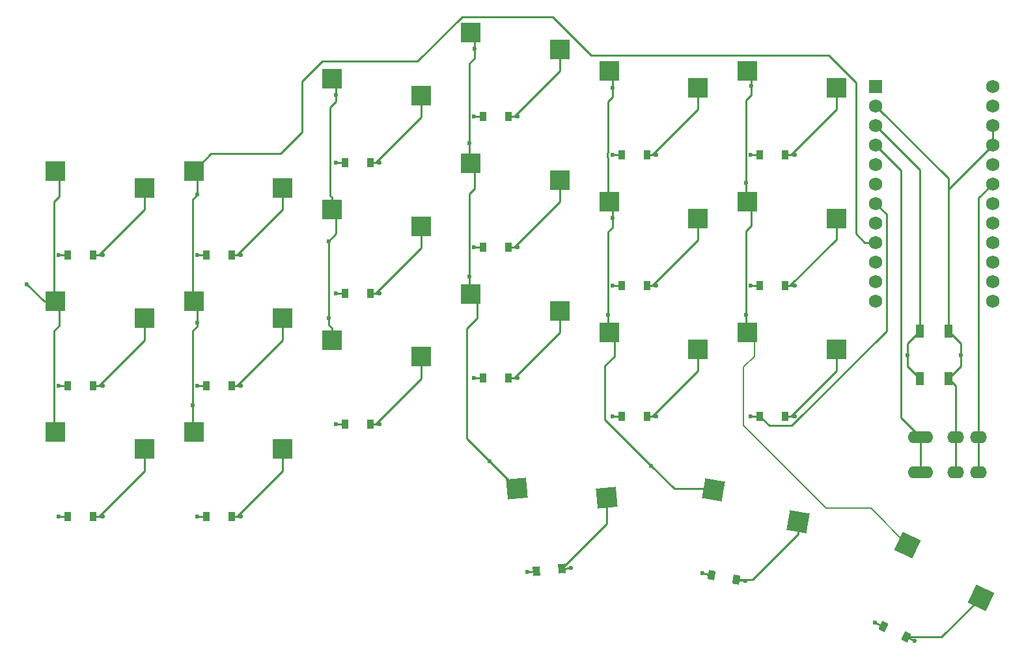
<source format=gbr>
%TF.GenerationSoftware,KiCad,Pcbnew,8.0.7*%
%TF.CreationDate,2024-12-30T14:18:56+04:00*%
%TF.ProjectId,ergoblock,6572676f-626c-46f6-936b-2e6b69636164,v1.0.0*%
%TF.SameCoordinates,Original*%
%TF.FileFunction,Copper,L2,Bot*%
%TF.FilePolarity,Positive*%
%FSLAX46Y46*%
G04 Gerber Fmt 4.6, Leading zero omitted, Abs format (unit mm)*
G04 Created by KiCad (PCBNEW 8.0.7) date 2024-12-30 14:18:56*
%MOMM*%
%LPD*%
G01*
G04 APERTURE LIST*
G04 Aperture macros list*
%AMRotRect*
0 Rectangle, with rotation*
0 The origin of the aperture is its center*
0 $1 length*
0 $2 width*
0 $3 Rotation angle, in degrees counterclockwise*
0 Add horizontal line*
21,1,$1,$2,0,0,$3*%
G04 Aperture macros list end*
%TA.AperFunction,SMDPad,CuDef*%
%ADD10R,2.600000X2.600000*%
%TD*%
%TA.AperFunction,SMDPad,CuDef*%
%ADD11R,0.900000X1.200000*%
%TD*%
%TA.AperFunction,SMDPad,CuDef*%
%ADD12RotRect,2.600000X2.600000X350.000000*%
%TD*%
%TA.AperFunction,ComponentPad*%
%ADD13R,1.752600X1.752600*%
%TD*%
%TA.AperFunction,ComponentPad*%
%ADD14C,1.752600*%
%TD*%
%TA.AperFunction,ComponentPad*%
%ADD15C,0.600000*%
%TD*%
%TA.AperFunction,SMDPad,CuDef*%
%ADD16RotRect,2.600000X2.600000X5.000000*%
%TD*%
%TA.AperFunction,SMDPad,CuDef*%
%ADD17RotRect,0.900000X1.200000X335.000000*%
%TD*%
%TA.AperFunction,SMDPad,CuDef*%
%ADD18RotRect,0.900000X1.200000X5.000000*%
%TD*%
%TA.AperFunction,SMDPad,CuDef*%
%ADD19RotRect,0.900000X1.200000X350.000000*%
%TD*%
%TA.AperFunction,ComponentPad*%
%ADD20O,2.200000X1.600000*%
%TD*%
%TA.AperFunction,ComponentPad*%
%ADD21O,3.300000X1.600000*%
%TD*%
%TA.AperFunction,SMDPad,CuDef*%
%ADD22RotRect,2.600000X2.600000X335.000000*%
%TD*%
%TA.AperFunction,SMDPad,CuDef*%
%ADD23R,1.100000X1.800000*%
%TD*%
%TA.AperFunction,ViaPad*%
%ADD24C,0.600000*%
%TD*%
%TA.AperFunction,Conductor*%
%ADD25C,0.250000*%
%TD*%
%TA.AperFunction,Conductor*%
%ADD26C,0.200000*%
%TD*%
G04 APERTURE END LIST*
D10*
%TO.P,S6,1*%
%TO.N,P15*%
X164725000Y-110050000D03*
%TO.P,S6,2*%
%TO.N,pinkie_top*%
X176275000Y-112250000D03*
%TD*%
%TO.P,S1,1*%
%TO.N,P18*%
X146725000Y-144050000D03*
%TO.P,S1,2*%
%TO.N,outer_bottom*%
X158275000Y-146250000D03*
%TD*%
D11*
%TO.P,D3,1*%
%TO.N,P21*%
X148350000Y-121000000D03*
%TO.P,D3,2*%
%TO.N,outer_top*%
X151650000Y-121000000D03*
%TD*%
%TO.P,D6,1*%
%TO.N,P21*%
X166350000Y-121000000D03*
%TO.P,D6,2*%
%TO.N,pinkie_top*%
X169650000Y-121000000D03*
%TD*%
%TO.P,D14,1*%
%TO.N,P20*%
X220350000Y-125000000D03*
%TO.P,D14,2*%
%TO.N,index_home*%
X223650000Y-125000000D03*
%TD*%
D10*
%TO.P,S10,1*%
%TO.N,P16*%
X200725000Y-126050000D03*
%TO.P,S10,2*%
%TO.N,middle_bottom*%
X212275000Y-128250000D03*
%TD*%
D11*
%TO.P,D10,1*%
%TO.N,P19*%
X202350000Y-137000000D03*
%TO.P,D10,2*%
%TO.N,middle_bottom*%
X205650000Y-137000000D03*
%TD*%
%TO.P,D8,1*%
%TO.N,P20*%
X184350000Y-126000000D03*
%TO.P,D8,2*%
%TO.N,ring_home*%
X187650000Y-126000000D03*
%TD*%
D12*
%TO.P,S20,1*%
%TO.N,P10*%
X232307961Y-151571696D03*
%TO.P,S20,2*%
%TO.N,middle_cluster*%
X243300465Y-155743910D03*
%TD*%
D13*
%TO.P,MCU1,1*%
%TO.N,RAW*%
X253380000Y-99030000D03*
D14*
%TO.P,MCU1,2*%
%TO.N,GND*%
X253380000Y-101570000D03*
%TO.P,MCU1,3*%
%TO.N,RST*%
X253380000Y-104110000D03*
%TO.P,MCU1,4*%
%TO.N,VCC*%
X253380000Y-106650000D03*
%TO.P,MCU1,5*%
%TO.N,P21*%
X253380000Y-109190000D03*
%TO.P,MCU1,6*%
%TO.N,P20*%
X253380000Y-111730000D03*
%TO.P,MCU1,7*%
%TO.N,P19*%
X253380000Y-114270000D03*
%TO.P,MCU1,8*%
%TO.N,P18*%
X253380000Y-116810000D03*
%TO.P,MCU1,9*%
%TO.N,P15*%
X253380000Y-119350000D03*
%TO.P,MCU1,10*%
%TO.N,P14*%
X253380000Y-121890000D03*
%TO.P,MCU1,11*%
%TO.N,P16*%
X253380000Y-124430000D03*
%TO.P,MCU1,12*%
%TO.N,P10*%
X253380000Y-126970000D03*
%TO.P,MCU1,13*%
%TO.N,P1*%
X268620000Y-99030000D03*
%TO.P,MCU1,14*%
%TO.N,P0*%
X268620000Y-101570000D03*
%TO.P,MCU1,15*%
%TO.N,GND*%
X268620000Y-104110000D03*
%TO.P,MCU1,16*%
X268620000Y-106650000D03*
%TO.P,MCU1,17*%
%TO.N,P2*%
X268620000Y-109190000D03*
%TO.P,MCU1,18*%
%TO.N,P3*%
X268620000Y-111730000D03*
%TO.P,MCU1,19*%
%TO.N,P4*%
X268620000Y-114270000D03*
%TO.P,MCU1,20*%
%TO.N,P5*%
X268620000Y-116810000D03*
%TO.P,MCU1,21*%
%TO.N,P6*%
X268620000Y-119350000D03*
%TO.P,MCU1,22*%
%TO.N,P7*%
X268620000Y-121890000D03*
%TO.P,MCU1,23*%
%TO.N,P8*%
X268620000Y-124430000D03*
%TO.P,MCU1,24*%
%TO.N,P9*%
X268620000Y-126970000D03*
%TD*%
D11*
%TO.P,D17,1*%
%TO.N,P20*%
X238350000Y-125000000D03*
%TO.P,D17,2*%
%TO.N,inner_home*%
X241650000Y-125000000D03*
%TD*%
D10*
%TO.P,S14,1*%
%TO.N,P10*%
X218725000Y-114050000D03*
%TO.P,S14,2*%
%TO.N,index_home*%
X230275000Y-116250000D03*
%TD*%
%TO.P,S2,1*%
%TO.N,P18*%
X146725000Y-127050000D03*
%TO.P,S2,2*%
%TO.N,outer_home*%
X158275000Y-129250000D03*
%TD*%
%TO.P,S3,1*%
%TO.N,P18*%
X146725000Y-110050000D03*
%TO.P,S3,2*%
%TO.N,outer_top*%
X158275000Y-112250000D03*
%TD*%
D15*
%TO.P,REF\u002A\u002A,1*%
%TO.N,RST*%
X257500000Y-134000000D03*
%TD*%
D11*
%TO.P,D12,1*%
%TO.N,P21*%
X202350000Y-103000000D03*
%TO.P,D12,2*%
%TO.N,middle_top*%
X205650000Y-103000000D03*
%TD*%
%TO.P,D13,1*%
%TO.N,P19*%
X220350000Y-142000000D03*
%TO.P,D13,2*%
%TO.N,index_bottom*%
X223650000Y-142000000D03*
%TD*%
%TO.P,D11,1*%
%TO.N,P20*%
X202350000Y-120000000D03*
%TO.P,D11,2*%
%TO.N,middle_home*%
X205650000Y-120000000D03*
%TD*%
D10*
%TO.P,S13,1*%
%TO.N,P10*%
X218725000Y-131050000D03*
%TO.P,S13,2*%
%TO.N,index_bottom*%
X230275000Y-133250000D03*
%TD*%
D11*
%TO.P,D1,1*%
%TO.N,P19*%
X148350000Y-155000000D03*
%TO.P,D1,2*%
%TO.N,outer_bottom*%
X151650000Y-155000000D03*
%TD*%
D10*
%TO.P,S18,1*%
%TO.N,P8*%
X236725000Y-97050000D03*
%TO.P,S18,2*%
%TO.N,inner_top*%
X248275000Y-99250000D03*
%TD*%
%TO.P,S4,1*%
%TO.N,P15*%
X164725000Y-144050000D03*
%TO.P,S4,2*%
%TO.N,pinkie_bottom*%
X176275000Y-146250000D03*
%TD*%
D11*
%TO.P,D5,1*%
%TO.N,P20*%
X166350000Y-138000000D03*
%TO.P,D5,2*%
%TO.N,pinkie_home*%
X169650000Y-138000000D03*
%TD*%
D10*
%TO.P,S9,1*%
%TO.N,P14*%
X182725000Y-98050000D03*
%TO.P,S9,2*%
%TO.N,ring_top*%
X194275000Y-100250000D03*
%TD*%
%TO.P,S7,1*%
%TO.N,P14*%
X182725000Y-132050000D03*
%TO.P,S7,2*%
%TO.N,ring_bottom*%
X194275000Y-134250000D03*
%TD*%
%TO.P,S8,1*%
%TO.N,P14*%
X182725000Y-115050000D03*
%TO.P,S8,2*%
%TO.N,ring_home*%
X194275000Y-117250000D03*
%TD*%
D16*
%TO.P,S19,1*%
%TO.N,P16*%
X206718886Y-151358077D03*
%TO.P,S19,2*%
%TO.N,outer_cluster*%
X218416677Y-152543056D03*
%TD*%
D11*
%TO.P,D15,1*%
%TO.N,P21*%
X220350000Y-108000000D03*
%TO.P,D15,2*%
%TO.N,index_top*%
X223650000Y-108000000D03*
%TD*%
%TO.P,D18,1*%
%TO.N,P21*%
X238350000Y-108000000D03*
%TO.P,D18,2*%
%TO.N,inner_top*%
X241650000Y-108000000D03*
%TD*%
D17*
%TO.P,D21,1*%
%TO.N,P9*%
X254391501Y-169334219D03*
%TO.P,D21,2*%
%TO.N,inner_cluster*%
X257382317Y-170728859D03*
%TD*%
D11*
%TO.P,D7,1*%
%TO.N,P19*%
X184350000Y-143000000D03*
%TO.P,D7,2*%
%TO.N,ring_bottom*%
X187650000Y-143000000D03*
%TD*%
%TO.P,D2,1*%
%TO.N,P20*%
X148350000Y-138000000D03*
%TO.P,D2,2*%
%TO.N,outer_home*%
X151650000Y-138000000D03*
%TD*%
D10*
%TO.P,S15,1*%
%TO.N,P10*%
X218725000Y-97050000D03*
%TO.P,S15,2*%
%TO.N,index_top*%
X230275000Y-99250000D03*
%TD*%
%TO.P,S16,1*%
%TO.N,P8*%
X236725000Y-131050000D03*
%TO.P,S16,2*%
%TO.N,inner_bottom*%
X248275000Y-133250000D03*
%TD*%
D11*
%TO.P,D9,1*%
%TO.N,P21*%
X184350000Y-109000000D03*
%TO.P,D9,2*%
%TO.N,ring_top*%
X187650000Y-109000000D03*
%TD*%
D18*
%TO.P,D19,1*%
%TO.N,P9*%
X209292058Y-162124781D03*
%TO.P,D19,2*%
%TO.N,outer_cluster*%
X212579500Y-161837167D03*
%TD*%
D19*
%TO.P,D20,1*%
%TO.N,P9*%
X232006826Y-162637520D03*
%TO.P,D20,2*%
%TO.N,middle_cluster*%
X235256692Y-163210558D03*
%TD*%
D10*
%TO.P,S12,1*%
%TO.N,P16*%
X200725000Y-92050000D03*
%TO.P,S12,2*%
%TO.N,middle_top*%
X212275000Y-94250000D03*
%TD*%
%TO.P,S5,1*%
%TO.N,P15*%
X164725000Y-127050000D03*
%TO.P,S5,2*%
%TO.N,pinkie_home*%
X176275000Y-129250000D03*
%TD*%
%TO.P,S11,1*%
%TO.N,P16*%
X200725000Y-109050000D03*
%TO.P,S11,2*%
%TO.N,middle_home*%
X212275000Y-111250000D03*
%TD*%
D11*
%TO.P,D4,1*%
%TO.N,P19*%
X166350000Y-155000000D03*
%TO.P,D4,2*%
%TO.N,pinkie_bottom*%
X169650000Y-155000000D03*
%TD*%
D20*
%TO.P,TRRS1,2*%
%TO.N,P3*%
X266800000Y-144700000D03*
X266800000Y-149300000D03*
%TO.P,TRRS1,3*%
%TO.N,GND*%
X263800000Y-144700000D03*
X263800000Y-149300000D03*
D21*
%TO.P,TRRS1,4*%
%TO.N,VCC*%
X259250000Y-144700000D03*
X259250000Y-149300000D03*
%TD*%
D22*
%TO.P,S21,1*%
%TO.N,P8*%
X257546421Y-158723394D03*
%TO.P,S21,2*%
%TO.N,inner_cluster*%
X267084515Y-165598512D03*
%TD*%
D10*
%TO.P,S17,1*%
%TO.N,P8*%
X236725000Y-114050000D03*
%TO.P,S17,2*%
%TO.N,inner_home*%
X248275000Y-116250000D03*
%TD*%
D23*
%TO.P,B2,1*%
%TO.N,GND*%
X262850000Y-130900000D03*
X262850000Y-137100000D03*
%TO.P,B2,2*%
%TO.N,RST*%
X259150000Y-130900000D03*
X259150000Y-137100000D03*
%TD*%
D15*
%TO.P,REF\u002A\u002A,1*%
%TO.N,GND*%
X264500000Y-134000000D03*
%TD*%
D11*
%TO.P,D16,1*%
%TO.N,P19*%
X238350000Y-142000000D03*
%TO.P,D16,2*%
%TO.N,inner_bottom*%
X241650000Y-142000000D03*
%TD*%
D24*
%TO.N,P18*%
X142975000Y-124800000D03*
%TO.N,outer_bottom*%
X152850000Y-155000000D03*
%TO.N,outer_home*%
X152850000Y-138000000D03*
%TO.N,outer_top*%
X152850000Y-121000000D03*
%TO.N,P15*%
X165200000Y-113150000D03*
X165200000Y-129800000D03*
X164550000Y-140600000D03*
%TO.N,pinkie_bottom*%
X170850000Y-155000000D03*
%TO.N,pinkie_home*%
X170850000Y-138000000D03*
%TO.N,pinkie_top*%
X170850000Y-121000000D03*
%TO.N,P14*%
X183200000Y-100198766D03*
X182233148Y-119200000D03*
X182233148Y-129200000D03*
%TO.N,ring_bottom*%
X188850000Y-143000000D03*
%TO.N,ring_home*%
X188850000Y-126000000D03*
%TO.N,ring_top*%
X188850000Y-109000000D03*
%TO.N,P16*%
X203180404Y-147819596D03*
X201200000Y-94200000D03*
X200550000Y-123800000D03*
X200550000Y-106400000D03*
%TO.N,middle_bottom*%
X206850000Y-137000000D03*
%TO.N,middle_home*%
X206850000Y-120000000D03*
%TO.N,middle_top*%
X206850000Y-103000000D03*
%TO.N,P10*%
X224200000Y-148400000D03*
X218550000Y-128800000D03*
X219200000Y-99200000D03*
X219200000Y-116200000D03*
%TO.N,index_bottom*%
X224850000Y-142000000D03*
%TO.N,index_home*%
X224850000Y-125000000D03*
%TO.N,index_top*%
X224850000Y-108000000D03*
%TO.N,P8*%
X236550000Y-111600000D03*
X237200000Y-99000000D03*
X236550000Y-128800000D03*
%TO.N,inner_bottom*%
X242850000Y-142000000D03*
%TO.N,inner_home*%
X242850000Y-125000000D03*
%TO.N,inner_top*%
X242850000Y-108000000D03*
%TO.N,outer_cluster*%
X213774934Y-161732580D03*
%TO.N,middle_cluster*%
X236438461Y-163418936D03*
%TO.N,inner_cluster*%
X258469886Y-171236001D03*
%TO.N,P19*%
X237150000Y-142000000D03*
X165150000Y-155000000D03*
X147150000Y-155000000D03*
X183150000Y-143000000D03*
X201150000Y-137000000D03*
X219150000Y-142000000D03*
%TO.N,P20*%
X237150000Y-125000000D03*
X219150000Y-125000000D03*
X201150000Y-120000000D03*
X147150000Y-138000000D03*
X165150000Y-138000000D03*
X183150000Y-126000000D03*
%TO.N,P21*%
X219150000Y-108000000D03*
X165150000Y-121000000D03*
X147150000Y-121000000D03*
X237150000Y-108000000D03*
X201150000Y-103000000D03*
X183150000Y-109000000D03*
%TO.N,P9*%
X230825057Y-162429142D03*
X253303932Y-168827077D03*
X208096624Y-162229367D03*
%TD*%
D25*
%TO.N,P18*%
X146725000Y-127050000D02*
X146550000Y-126875000D01*
X146550000Y-114050000D02*
X147200000Y-113400000D01*
X146550000Y-126875000D02*
X146550000Y-114050000D01*
X146725000Y-144050000D02*
X146550000Y-143875000D01*
X147200000Y-110525000D02*
X146725000Y-110050000D01*
X147200000Y-127525000D02*
X146725000Y-127050000D01*
X146550000Y-130850000D02*
X147200000Y-130200000D01*
X146725000Y-127050000D02*
X145225000Y-127050000D01*
X145225000Y-127050000D02*
X142975000Y-124800000D01*
X147200000Y-113400000D02*
X147200000Y-110525000D01*
X147200000Y-130200000D02*
X147200000Y-127525000D01*
X146550000Y-143875000D02*
X146550000Y-130850000D01*
%TO.N,outer_bottom*%
X152350000Y-155000000D02*
X158275000Y-149075000D01*
X151650000Y-155000000D02*
X152350000Y-155000000D01*
X152850000Y-155000000D02*
X151650000Y-155000000D01*
X158275000Y-149075000D02*
X158275000Y-146250000D01*
%TO.N,outer_home*%
X152350000Y-138000000D02*
X158275000Y-132075000D01*
X152850000Y-138000000D02*
X151650000Y-138000000D01*
X151650000Y-138000000D02*
X152350000Y-138000000D01*
X158275000Y-132075000D02*
X158275000Y-129250000D01*
%TO.N,outer_top*%
X152850000Y-121000000D02*
X151650000Y-121000000D01*
X152350000Y-121000000D02*
X158275000Y-115075000D01*
X158275000Y-115075000D02*
X158275000Y-112250000D01*
X151650000Y-121000000D02*
X152350000Y-121000000D01*
%TO.N,P15*%
X247275000Y-95000000D02*
X250800000Y-98525000D01*
X251950000Y-119350000D02*
X253380000Y-119350000D01*
X181400000Y-95800000D02*
X193800000Y-95800000D01*
X164550000Y-126875000D02*
X164725000Y-127050000D01*
X176000000Y-107800000D02*
X178800000Y-105000000D01*
X193800000Y-95800000D02*
X199600000Y-90000000D01*
X165200000Y-130234189D02*
X165200000Y-127525000D01*
X165200000Y-110525000D02*
X164725000Y-110050000D01*
X199600000Y-90000000D02*
X211400000Y-90000000D01*
X164550000Y-113800000D02*
X164550000Y-126875000D01*
X164725000Y-110050000D02*
X166975000Y-107800000D01*
X178800000Y-105000000D02*
X178800000Y-98400000D01*
X166975000Y-107800000D02*
X176000000Y-107800000D01*
X165200000Y-113150000D02*
X164550000Y-113800000D01*
X164725000Y-144050000D02*
X164550000Y-143875000D01*
X250800000Y-98525000D02*
X250800000Y-118200000D01*
X164550000Y-143875000D02*
X164550000Y-140600000D01*
X165200000Y-127525000D02*
X164725000Y-127050000D01*
X178800000Y-98400000D02*
X181400000Y-95800000D01*
X165200000Y-113150000D02*
X165200000Y-110525000D01*
X164550000Y-130884189D02*
X165200000Y-130234189D01*
X216400000Y-95000000D02*
X247275000Y-95000000D01*
X250800000Y-118200000D02*
X251950000Y-119350000D01*
X164550000Y-140600000D02*
X164550000Y-130884189D01*
X211400000Y-90000000D02*
X216400000Y-95000000D01*
%TO.N,pinkie_bottom*%
X176275000Y-149075000D02*
X176275000Y-146250000D01*
X169650000Y-155000000D02*
X170350000Y-155000000D01*
X170350000Y-155000000D02*
X176275000Y-149075000D01*
X170850000Y-155000000D02*
X169650000Y-155000000D01*
%TO.N,pinkie_home*%
X169650000Y-138000000D02*
X170350000Y-138000000D01*
X170850000Y-138000000D02*
X169650000Y-138000000D01*
X170350000Y-138000000D02*
X176275000Y-132075000D01*
X176275000Y-132075000D02*
X176275000Y-129250000D01*
%TO.N,pinkie_top*%
X169650000Y-121000000D02*
X170350000Y-121000000D01*
X170850000Y-121000000D02*
X169650000Y-121000000D01*
X176275000Y-115075000D02*
X176275000Y-112250000D01*
X170350000Y-121000000D02*
X176275000Y-115075000D01*
%TO.N,P14*%
X182725000Y-113550000D02*
X182400000Y-113225000D01*
X183200000Y-115525000D02*
X182725000Y-115050000D01*
X182233148Y-119200000D02*
X183200000Y-118233148D01*
X182233148Y-130058148D02*
X182233148Y-129200000D01*
X182400000Y-113225000D02*
X182400000Y-101800000D01*
X183200000Y-118233148D02*
X183200000Y-115525000D01*
X182725000Y-132050000D02*
X182725000Y-130550000D01*
X183200000Y-98525000D02*
X182725000Y-98050000D01*
X182725000Y-130550000D02*
X182233148Y-130058148D01*
X182400000Y-101800000D02*
X183200000Y-101000000D01*
X182725000Y-115050000D02*
X182725000Y-113550000D01*
X182233148Y-129200000D02*
X182233148Y-119200000D01*
X183200000Y-101000000D02*
X183200000Y-98525000D01*
%TO.N,ring_bottom*%
X194275000Y-137075000D02*
X194275000Y-134250000D01*
X188850000Y-143000000D02*
X187650000Y-143000000D01*
X187650000Y-143000000D02*
X188350000Y-143000000D01*
X188350000Y-143000000D02*
X194275000Y-137075000D01*
%TO.N,ring_home*%
X188850000Y-126000000D02*
X187650000Y-126000000D01*
X188350000Y-126000000D02*
X194275000Y-120075000D01*
X194275000Y-120075000D02*
X194275000Y-117250000D01*
X187650000Y-126000000D02*
X188350000Y-126000000D01*
%TO.N,ring_top*%
X187650000Y-109000000D02*
X188350000Y-109000000D01*
X188850000Y-109000000D02*
X187650000Y-109000000D01*
X194275000Y-103075000D02*
X194275000Y-100250000D01*
X188350000Y-109000000D02*
X194275000Y-103075000D01*
%TO.N,P16*%
X201600000Y-129200000D02*
X201600000Y-126925000D01*
X200725000Y-126050000D02*
X200550000Y-125875000D01*
X200550000Y-96050000D02*
X201200000Y-95400000D01*
X201200000Y-94200000D02*
X201200000Y-92525000D01*
X200550000Y-123800000D02*
X200550000Y-113050000D01*
X201200000Y-92525000D02*
X200725000Y-92050000D01*
X200550000Y-108875000D02*
X200550000Y-106400000D01*
X201600000Y-126925000D02*
X200725000Y-126050000D01*
X201200000Y-109525000D02*
X200725000Y-109050000D01*
X203180404Y-147819596D02*
X200200000Y-144839191D01*
X200200000Y-130600000D02*
X201600000Y-129200000D01*
X200550000Y-125875000D02*
X200550000Y-123800000D01*
X200550000Y-106400000D02*
X200550000Y-96050000D01*
X200725000Y-109050000D02*
X200550000Y-108875000D01*
X200550000Y-113050000D02*
X201200000Y-112400000D01*
X201200000Y-95400000D02*
X201200000Y-94200000D01*
X206718886Y-151358077D02*
X203180404Y-147819596D01*
X200200000Y-144839191D02*
X200200000Y-130600000D01*
X201200000Y-111200000D02*
X201200000Y-109525000D01*
X201200000Y-112400000D02*
X201200000Y-111200000D01*
%TO.N,middle_bottom*%
X205650000Y-137000000D02*
X206350000Y-137000000D01*
X212275000Y-131075000D02*
X212275000Y-128250000D01*
X206850000Y-137000000D02*
X205650000Y-137000000D01*
X206350000Y-137000000D02*
X212275000Y-131075000D01*
%TO.N,middle_home*%
X205650000Y-120000000D02*
X206350000Y-120000000D01*
X206350000Y-120000000D02*
X212275000Y-114075000D01*
X206850000Y-120000000D02*
X205650000Y-120000000D01*
X212275000Y-114075000D02*
X212275000Y-111250000D01*
%TO.N,middle_top*%
X212275000Y-97075000D02*
X212275000Y-94250000D01*
X206850000Y-103000000D02*
X205650000Y-103000000D01*
X205650000Y-103000000D02*
X206350000Y-103000000D01*
X206350000Y-103000000D02*
X212275000Y-97075000D01*
%TO.N,P10*%
X219200000Y-114525000D02*
X218725000Y-114050000D01*
X218550000Y-108283884D02*
X218525000Y-108258884D01*
X218725000Y-131050000D02*
X218550000Y-130875000D01*
X218550000Y-128800000D02*
X218550000Y-118050000D01*
X219200000Y-117400000D02*
X219200000Y-116200000D01*
X218550000Y-111600000D02*
X218550000Y-113875000D01*
X219200000Y-99200000D02*
X219200000Y-97525000D01*
X227200000Y-151400000D02*
X232136265Y-151400000D01*
X218550000Y-107716116D02*
X218550000Y-101050000D01*
X218550000Y-113875000D02*
X218725000Y-114050000D01*
X224200000Y-148400000D02*
X218200000Y-142400000D01*
X219200000Y-116200000D02*
X219200000Y-116000000D01*
X218550000Y-130875000D02*
X218550000Y-128800000D01*
X219200000Y-100400000D02*
X219200000Y-99200000D01*
X218200000Y-142400000D02*
X218200000Y-135400000D01*
X219200000Y-116000000D02*
X219200000Y-114525000D01*
X218550000Y-111600000D02*
X218550000Y-108283884D01*
X218550000Y-118050000D02*
X219200000Y-117400000D01*
X218200000Y-135400000D02*
X219400000Y-134200000D01*
X218550000Y-101050000D02*
X219200000Y-100400000D01*
X219400000Y-131725000D02*
X218725000Y-131050000D01*
X232136265Y-151400000D02*
X232307961Y-151571696D01*
X218525000Y-107741116D02*
X218550000Y-107716116D01*
X219200000Y-97525000D02*
X218725000Y-97050000D01*
X218525000Y-108258884D02*
X218525000Y-107741116D01*
X224200000Y-148400000D02*
X227200000Y-151400000D01*
X219400000Y-134200000D02*
X219400000Y-131725000D01*
%TO.N,index_bottom*%
X224850000Y-142000000D02*
X223650000Y-142000000D01*
X224350000Y-142000000D02*
X230275000Y-136075000D01*
X223650000Y-142000000D02*
X224350000Y-142000000D01*
X230275000Y-136075000D02*
X230275000Y-133250000D01*
%TO.N,index_home*%
X223650000Y-125000000D02*
X224350000Y-125000000D01*
X230275000Y-119075000D02*
X230275000Y-116250000D01*
X224850000Y-125000000D02*
X223650000Y-125000000D01*
X224350000Y-125000000D02*
X230275000Y-119075000D01*
%TO.N,index_top*%
X223650000Y-108000000D02*
X224350000Y-108000000D01*
X224350000Y-108000000D02*
X230275000Y-102075000D01*
X230275000Y-102075000D02*
X230275000Y-99250000D01*
X224850000Y-108000000D02*
X223650000Y-108000000D01*
D26*
%TO.N,P8*%
X257546421Y-158723394D02*
X252760944Y-153937917D01*
X237600000Y-131925000D02*
X236725000Y-131050000D01*
D25*
X237200000Y-116000000D02*
X237200000Y-114525000D01*
D26*
X236200000Y-143200000D02*
X236200000Y-135600000D01*
D25*
X237200000Y-97525000D02*
X236725000Y-97050000D01*
X237200000Y-100200000D02*
X237200000Y-99000000D01*
X236550000Y-111600000D02*
X236550000Y-100850000D01*
D26*
X246937917Y-153937917D02*
X236200000Y-143200000D01*
D25*
X236550000Y-128800000D02*
X236550000Y-117850000D01*
X236550000Y-113875000D02*
X236550000Y-111600000D01*
X237200000Y-117200000D02*
X237200000Y-116000000D01*
X237200000Y-114525000D02*
X236725000Y-114050000D01*
X236550000Y-100850000D02*
X237200000Y-100200000D01*
X236725000Y-114050000D02*
X236550000Y-113875000D01*
X236550000Y-130875000D02*
X236550000Y-128800000D01*
D26*
X252760944Y-153937917D02*
X246937917Y-153937917D01*
X236200000Y-135600000D02*
X237600000Y-134200000D01*
D25*
X237200000Y-99000000D02*
X237200000Y-97525000D01*
X236550000Y-117850000D02*
X237200000Y-117200000D01*
X236725000Y-131050000D02*
X236550000Y-130875000D01*
D26*
X237600000Y-134200000D02*
X237600000Y-131925000D01*
D25*
%TO.N,inner_bottom*%
X248275000Y-136075000D02*
X248275000Y-133250000D01*
X242350000Y-142000000D02*
X248275000Y-136075000D01*
X241650000Y-142000000D02*
X242350000Y-142000000D01*
X242850000Y-142000000D02*
X241650000Y-142000000D01*
%TO.N,inner_home*%
X242850000Y-125000000D02*
X241650000Y-125000000D01*
X242233684Y-125000000D02*
X248275000Y-118958684D01*
X248275000Y-118958684D02*
X248275000Y-116250000D01*
X241650000Y-125000000D02*
X242233684Y-125000000D01*
%TO.N,inner_top*%
X242350000Y-108000000D02*
X248275000Y-102075000D01*
X242850000Y-108000000D02*
X241650000Y-108000000D01*
X248275000Y-102075000D02*
X248275000Y-99250000D01*
X241650000Y-108000000D02*
X242350000Y-108000000D01*
%TO.N,outer_cluster*%
X212579500Y-161837167D02*
X218416677Y-155999990D01*
X218416677Y-155999990D02*
X218416677Y-152543056D01*
X213774934Y-161732580D02*
X212579500Y-161837167D01*
%TO.N,middle_cluster*%
X235256692Y-163210558D02*
X237394634Y-163210558D01*
X237394634Y-163210558D02*
X243300465Y-157304727D01*
X243300465Y-157304727D02*
X243300465Y-155743910D01*
X236438461Y-163418936D02*
X235256692Y-163210558D01*
%TO.N,inner_cluster*%
X257382317Y-170728859D02*
X261954168Y-170728859D01*
X261954168Y-170728859D02*
X267084515Y-165598512D01*
X258469886Y-171236001D02*
X257382317Y-170728859D01*
%TO.N,P19*%
X165150000Y-155000000D02*
X166350000Y-155000000D01*
X254800000Y-130898529D02*
X254800000Y-115690000D01*
X219150000Y-142000000D02*
X220350000Y-142000000D01*
X238350000Y-142000000D02*
X239550000Y-143200000D01*
X239550000Y-143200000D02*
X242498529Y-143200000D01*
X201150000Y-137000000D02*
X202350000Y-137000000D01*
X237150000Y-142000000D02*
X238350000Y-142000000D01*
X254800000Y-115690000D02*
X253380000Y-114270000D01*
X147150000Y-155000000D02*
X148350000Y-155000000D01*
X183150000Y-143000000D02*
X184350000Y-143000000D01*
X242498529Y-143200000D02*
X254800000Y-130898529D01*
%TO.N,P20*%
X237150000Y-125000000D02*
X238350000Y-125000000D01*
X165150000Y-138000000D02*
X166350000Y-138000000D01*
X201150000Y-120000000D02*
X202350000Y-120000000D01*
X183150000Y-126000000D02*
X184350000Y-126000000D01*
X219150000Y-125000000D02*
X220350000Y-125000000D01*
X147150000Y-138000000D02*
X148350000Y-138000000D01*
%TO.N,P21*%
X237150000Y-108000000D02*
X238350000Y-108000000D01*
X165150000Y-121000000D02*
X166350000Y-121000000D01*
X201150000Y-103000000D02*
X202350000Y-103000000D01*
X219150000Y-108000000D02*
X220350000Y-108000000D01*
X147150000Y-121000000D02*
X148350000Y-121000000D01*
X183150000Y-109000000D02*
X184350000Y-109000000D01*
%TO.N,P9*%
X230825057Y-162429142D02*
X232006826Y-162637519D01*
X208096624Y-162229367D02*
X209292057Y-162124781D01*
X253303932Y-168827077D02*
X254391501Y-169334219D01*
%TO.N,GND*%
X262900000Y-137100000D02*
X264500000Y-135500000D01*
X253380000Y-101570000D02*
X262850000Y-111040000D01*
X262850000Y-130900000D02*
X262850000Y-112420000D01*
X262850000Y-112420000D02*
X268620000Y-106650000D01*
X262850000Y-137100000D02*
X262900000Y-137100000D01*
X263800000Y-144700000D02*
X263800000Y-138050000D01*
X268620000Y-106650000D02*
X268620000Y-104110000D01*
X264500000Y-132550000D02*
X262850000Y-130900000D01*
X263800000Y-138050000D02*
X262850000Y-137100000D01*
X263800000Y-149300000D02*
X263800000Y-144700000D01*
X264500000Y-135500000D02*
X264500000Y-134000000D01*
X262850000Y-111040000D02*
X262850000Y-112420000D01*
X264500000Y-134000000D02*
X264500000Y-132550000D01*
%TO.N,RST*%
X259150000Y-137100000D02*
X259150000Y-137090000D01*
X259150000Y-137090000D02*
X257500000Y-135440000D01*
X257500000Y-135440000D02*
X257500000Y-134000000D01*
X259150000Y-130900000D02*
X259150000Y-109880000D01*
X257500000Y-132550000D02*
X259150000Y-130900000D01*
X257500000Y-134000000D02*
X257500000Y-132550000D01*
X259150000Y-109880000D02*
X253380000Y-104110000D01*
%TO.N,VCC*%
X256700000Y-109970000D02*
X253380000Y-106650000D01*
X259250000Y-149300000D02*
X259250000Y-144700000D01*
X256700000Y-142150000D02*
X256700000Y-109970000D01*
X259250000Y-144700000D02*
X256700000Y-142150000D01*
%TO.N,P3*%
X266800000Y-144700000D02*
X266800000Y-113550000D01*
X266800000Y-113550000D02*
X268620000Y-111730000D01*
X266800000Y-149300000D02*
X266800000Y-144700000D01*
%TD*%
M02*

</source>
